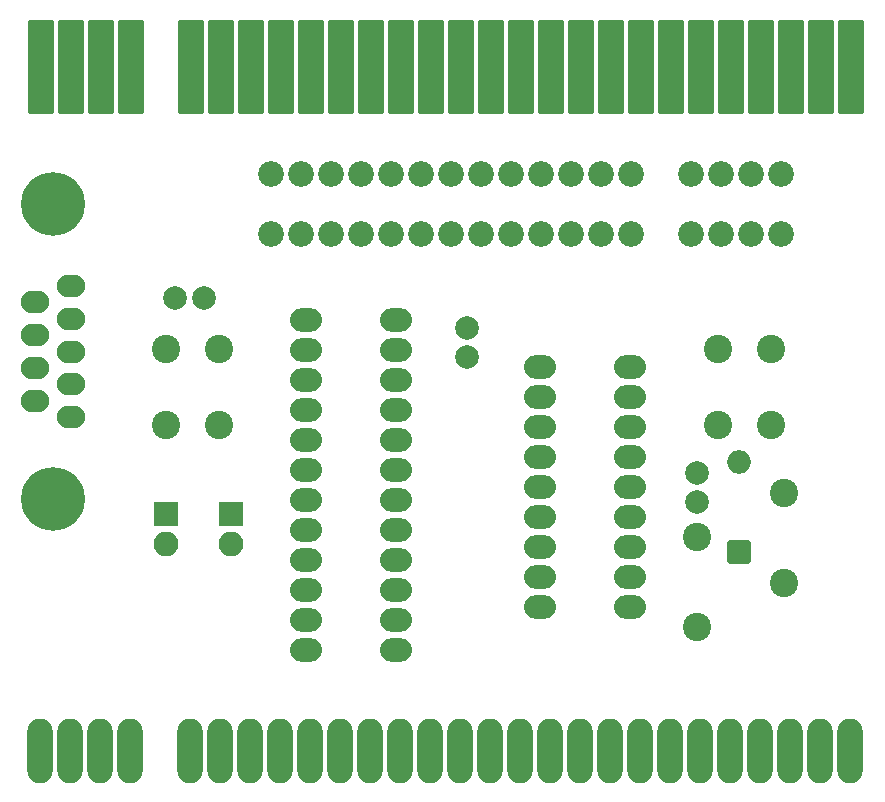
<source format=gbs>
G04 #@! TF.GenerationSoftware,KiCad,Pcbnew,(6.0.11)*
G04 #@! TF.CreationDate,2023-05-12T09:27:08+02:00*
G04 #@! TF.ProjectId,DandaCartBase,44616e64-6143-4617-9274-426173652e6b,rev?*
G04 #@! TF.SameCoordinates,Original*
G04 #@! TF.FileFunction,Soldermask,Bot*
G04 #@! TF.FilePolarity,Negative*
%FSLAX46Y46*%
G04 Gerber Fmt 4.6, Leading zero omitted, Abs format (unit mm)*
G04 Created by KiCad (PCBNEW (6.0.11)) date 2023-05-12 09:27:08*
%MOMM*%
%LPD*%
G01*
G04 APERTURE LIST*
G04 Aperture macros list*
%AMRoundRect*
0 Rectangle with rounded corners*
0 $1 Rounding radius*
0 $2 $3 $4 $5 $6 $7 $8 $9 X,Y pos of 4 corners*
0 Add a 4 corners polygon primitive as box body*
4,1,4,$2,$3,$4,$5,$6,$7,$8,$9,$2,$3,0*
0 Add four circle primitives for the rounded corners*
1,1,$1+$1,$2,$3*
1,1,$1+$1,$4,$5*
1,1,$1+$1,$6,$7*
1,1,$1+$1,$8,$9*
0 Add four rect primitives between the rounded corners*
20,1,$1+$1,$2,$3,$4,$5,0*
20,1,$1+$1,$4,$5,$6,$7,0*
20,1,$1+$1,$6,$7,$8,$9,0*
20,1,$1+$1,$8,$9,$2,$3,0*%
G04 Aperture macros list end*
%ADD10O,2.700000X2.000000*%
%ADD11C,2.398980*%
%ADD12O,2.178000X5.480000*%
%ADD13RoundRect,0.200000X-0.889000X-3.810000X0.889000X-3.810000X0.889000X3.810000X-0.889000X3.810000X0*%
%ADD14C,2.400000*%
%ADD15C,2.000000*%
%ADD16RoundRect,0.200000X-0.850000X-0.850000X0.850000X-0.850000X0.850000X0.850000X-0.850000X0.850000X0*%
%ADD17O,2.100000X2.100000*%
%ADD18C,5.401260*%
%ADD19O,2.398980X1.901140*%
%ADD20RoundRect,0.200000X0.800000X-0.800000X0.800000X0.800000X-0.800000X0.800000X-0.800000X-0.800000X0*%
%ADD21O,2.000000X2.000000*%
%ADD22C,2.178000*%
G04 APERTURE END LIST*
D10*
X164700000Y-84825000D03*
X164700000Y-87365000D03*
X164700000Y-89905000D03*
X164700000Y-92445000D03*
X164700000Y-94985000D03*
X164700000Y-97525000D03*
X164700000Y-100065000D03*
X164700000Y-102605000D03*
X164700000Y-105145000D03*
X172320000Y-105145000D03*
X172320000Y-102605000D03*
X172320000Y-100065000D03*
X172320000Y-97525000D03*
X172320000Y-94985000D03*
X172320000Y-92445000D03*
X172320000Y-89905000D03*
X172320000Y-87365000D03*
X172320000Y-84825000D03*
D11*
X178000000Y-99190000D03*
X178000000Y-106810000D03*
D10*
X144880000Y-80840000D03*
X144880000Y-83380000D03*
X144880000Y-85920000D03*
X144880000Y-88460000D03*
X144880000Y-91000000D03*
X144880000Y-93540000D03*
X144880000Y-96080000D03*
X144880000Y-98620000D03*
X144880000Y-101160000D03*
X144880000Y-103700000D03*
X144880000Y-106240000D03*
X144880000Y-108780000D03*
X152500000Y-108780000D03*
X152500000Y-106240000D03*
X152500000Y-103700000D03*
X152500000Y-101160000D03*
X152500000Y-98620000D03*
X152500000Y-96080000D03*
X152500000Y-93540000D03*
X152500000Y-91000000D03*
X152500000Y-88460000D03*
X152500000Y-85920000D03*
X152500000Y-83380000D03*
X152500000Y-80840000D03*
D12*
X122349000Y-117284000D03*
X124889000Y-117284000D03*
X127429000Y-117284000D03*
X129969000Y-117284000D03*
X135049000Y-117284000D03*
X137589000Y-117284000D03*
X140129000Y-117284000D03*
X142669000Y-117284000D03*
X145209000Y-117284000D03*
X147749000Y-117284000D03*
X150289000Y-117284000D03*
X152829000Y-117284000D03*
X155369000Y-117284000D03*
X157909000Y-117284000D03*
X160449000Y-117284000D03*
X162989000Y-117284000D03*
X165529000Y-117284000D03*
X168069000Y-117284000D03*
X170609000Y-117284000D03*
X173149000Y-117284000D03*
X175689000Y-117284000D03*
X178229000Y-117284000D03*
X180769000Y-117284000D03*
X183309000Y-117284000D03*
X185849000Y-117284000D03*
X188389000Y-117284000D03*
X190929000Y-117284000D03*
D13*
X122456000Y-59375000D03*
X124996000Y-59375000D03*
X127536000Y-59375000D03*
X130076000Y-59375000D03*
X135156000Y-59375000D03*
X137696000Y-59375000D03*
X140236000Y-59375000D03*
X142776000Y-59375000D03*
X145316000Y-59375000D03*
X147856000Y-59375000D03*
X150396000Y-59375000D03*
X152936000Y-59375000D03*
X155476000Y-59375000D03*
X158016000Y-59375000D03*
X160556000Y-59375000D03*
X163096000Y-59375000D03*
X165636000Y-59375000D03*
X168176000Y-59375000D03*
X170716000Y-59375000D03*
X173256000Y-59375000D03*
X175796000Y-59375000D03*
X178336000Y-59375000D03*
X180876000Y-59375000D03*
X183416000Y-59375000D03*
X185956000Y-59375000D03*
X188496000Y-59375000D03*
X191036000Y-59375000D03*
D11*
X185358923Y-103063357D03*
X185358923Y-95443357D03*
D14*
X179750000Y-89750000D03*
X179750000Y-83250000D03*
X184250000Y-83250000D03*
X184250000Y-89750000D03*
D15*
X133750000Y-79000000D03*
X136250000Y-79000000D03*
D14*
X133000000Y-83250000D03*
X133000000Y-89750000D03*
X137500000Y-83250000D03*
X137500000Y-89750000D03*
D16*
X133000000Y-97225000D03*
D17*
X133000000Y-99765000D03*
D15*
X178000000Y-96250000D03*
X178000000Y-93750000D03*
D18*
X123468000Y-95994260D03*
X123468000Y-71005740D03*
D19*
X124986920Y-77960260D03*
X124986920Y-80728860D03*
X124986920Y-83500000D03*
X124986920Y-86271140D03*
X124986920Y-89039740D03*
X121949080Y-79344560D03*
X121949080Y-82115700D03*
X121949080Y-84884300D03*
X121949080Y-87655440D03*
D16*
X138500000Y-97225000D03*
D17*
X138500000Y-99765000D03*
D20*
X181500000Y-100500000D03*
D21*
X181500000Y-92880000D03*
D22*
X185060000Y-73540000D03*
X185060000Y-68460000D03*
X182520000Y-73540000D03*
X182520000Y-68460000D03*
X179980000Y-73540000D03*
X179980000Y-68460000D03*
X177440000Y-73540000D03*
X177440000Y-68460000D03*
X172360000Y-73540000D03*
X172360000Y-68460000D03*
X169820000Y-73540000D03*
X169820000Y-68460000D03*
X167280000Y-73540000D03*
X167280000Y-68460000D03*
X164740000Y-73540000D03*
X164740000Y-68460000D03*
X162200000Y-73540000D03*
X162200000Y-68460000D03*
X159660000Y-73540000D03*
X159660000Y-68460000D03*
X157120000Y-73540000D03*
X157120000Y-68460000D03*
X154580000Y-73540000D03*
X154580000Y-68460000D03*
X152040000Y-73540000D03*
X152040000Y-68460000D03*
X149500000Y-73540000D03*
X149500000Y-68460000D03*
X146960000Y-73540000D03*
X146960000Y-68460000D03*
X144420000Y-73540000D03*
X144420000Y-68460000D03*
X141880000Y-73540000D03*
X141880000Y-68460000D03*
D15*
X158500000Y-84000000D03*
X158500000Y-81500000D03*
M02*

</source>
